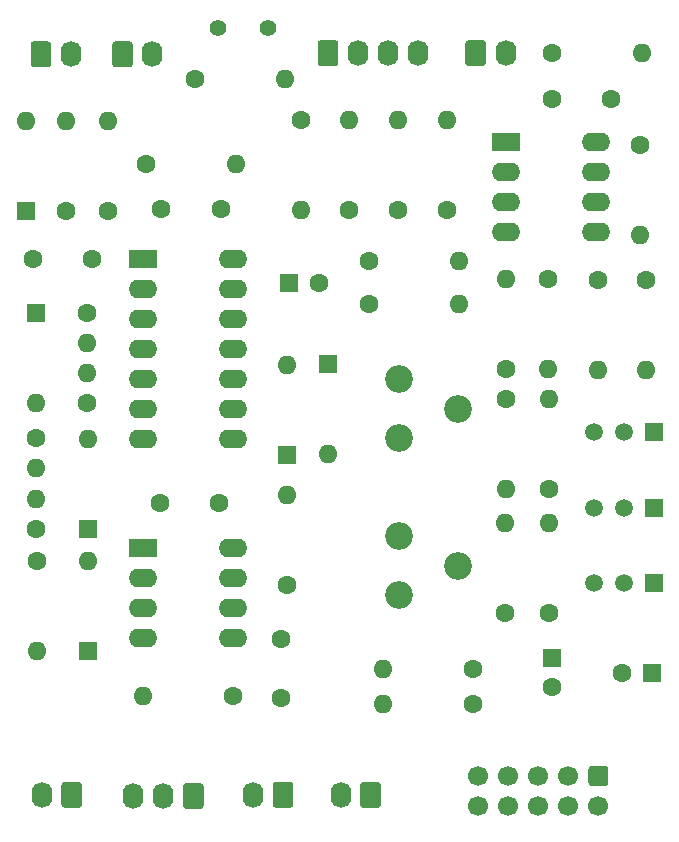
<source format=gbr>
%TF.GenerationSoftware,KiCad,Pcbnew,5.1.10-88a1d61d58~88~ubuntu20.10.1*%
%TF.CreationDate,2021-06-19T00:08:52+02:00*%
%TF.ProjectId,vca-adsr,7663612d-6164-4737-922e-6b696361645f,v1.0.0*%
%TF.SameCoordinates,Original*%
%TF.FileFunction,Soldermask,Top*%
%TF.FilePolarity,Negative*%
%FSLAX46Y46*%
G04 Gerber Fmt 4.6, Leading zero omitted, Abs format (unit mm)*
G04 Created by KiCad (PCBNEW 5.1.10-88a1d61d58~88~ubuntu20.10.1) date 2021-06-19 00:08:52*
%MOMM*%
%LPD*%
G01*
G04 APERTURE LIST*
%ADD10O,1.600000X1.600000*%
%ADD11C,1.600000*%
%ADD12C,1.400000*%
%ADD13R,1.500000X1.500000*%
%ADD14C,1.500000*%
%ADD15O,2.400000X1.600000*%
%ADD16R,2.400000X1.600000*%
%ADD17O,1.740000X2.190000*%
%ADD18C,1.700000*%
%ADD19C,2.340000*%
%ADD20R,1.600000X1.600000*%
G04 APERTURE END LIST*
D10*
%TO.C,R28*%
X126200000Y-98660000D03*
D11*
X126200000Y-96120000D03*
%TD*%
D10*
%TO.C,R27*%
X130500000Y-90570000D03*
D11*
X130500000Y-93110000D03*
%TD*%
D10*
%TO.C,R5*%
X130500000Y-88040000D03*
D11*
X130500000Y-85500000D03*
%TD*%
D10*
%TO.C,R4*%
X126200000Y-101260000D03*
D11*
X126200000Y-103800000D03*
%TD*%
D12*
%TO.C,MOD_ADSR_OUT1*%
X141600000Y-61400000D03*
%TD*%
%TO.C,MOD_VCA_IN1*%
X145800000Y-61400000D03*
%TD*%
D10*
%TO.C,DIRECT*%
X147220000Y-65700000D03*
D11*
X139600000Y-65700000D03*
%TD*%
%TO.C,C2*%
X146900000Y-113100000D03*
X146900000Y-118100000D03*
%TD*%
D13*
%TO.C,Q2\u002A1*%
X178500000Y-102000000D03*
D14*
X173420000Y-102000000D03*
X175960000Y-102000000D03*
%TD*%
D13*
%TO.C,Q3*%
X178500000Y-108400000D03*
D14*
X173420000Y-108400000D03*
X175960000Y-108400000D03*
%TD*%
D13*
%TO.C,Q1\u002A1*%
X178500000Y-95600000D03*
D14*
X173420000Y-95600000D03*
X175960000Y-95600000D03*
%TD*%
D15*
%TO.C,U3*%
X173620000Y-71000000D03*
X166000000Y-78620000D03*
X173620000Y-73540000D03*
X166000000Y-76080000D03*
X173620000Y-76080000D03*
X166000000Y-73540000D03*
X173620000Y-78620000D03*
D16*
X166000000Y-71000000D03*
%TD*%
D15*
%TO.C,U2*%
X142820000Y-105400000D03*
X135200000Y-113020000D03*
X142820000Y-107940000D03*
X135200000Y-110480000D03*
X142820000Y-110480000D03*
X135200000Y-107940000D03*
X142820000Y-113020000D03*
D16*
X135200000Y-105400000D03*
%TD*%
D15*
%TO.C,U1*%
X142820000Y-80900000D03*
X135200000Y-96140000D03*
X142820000Y-83440000D03*
X135200000Y-93600000D03*
X142820000Y-85980000D03*
X135200000Y-91060000D03*
X142820000Y-88520000D03*
X135200000Y-88520000D03*
X142820000Y-91060000D03*
X135200000Y-85980000D03*
X142820000Y-93600000D03*
X135200000Y-83440000D03*
X142820000Y-96140000D03*
D16*
X135200000Y-80900000D03*
%TD*%
D17*
%TO.C,SUSTAIN_POT1*%
X134420000Y-126400000D03*
X136960000Y-126400000D03*
G36*
G01*
X140370000Y-125554999D02*
X140370000Y-127245001D01*
G75*
G02*
X140120001Y-127495000I-249999J0D01*
G01*
X138879999Y-127495000D01*
G75*
G02*
X138630000Y-127245001I0J249999D01*
G01*
X138630000Y-125554999D01*
G75*
G02*
X138879999Y-125305000I249999J0D01*
G01*
X140120001Y-125305000D01*
G75*
G02*
X140370000Y-125554999I0J-249999D01*
G01*
G37*
%TD*%
%TO.C,RELEASE_POT1*%
X126660000Y-126300000D03*
G36*
G01*
X130070000Y-125454999D02*
X130070000Y-127145001D01*
G75*
G02*
X129820001Y-127395000I-249999J0D01*
G01*
X128579999Y-127395000D01*
G75*
G02*
X128330000Y-127145001I0J249999D01*
G01*
X128330000Y-125454999D01*
G75*
G02*
X128579999Y-125205000I249999J0D01*
G01*
X129820001Y-125205000D01*
G75*
G02*
X130070000Y-125454999I0J-249999D01*
G01*
G37*
%TD*%
D10*
%TO.C,R26*%
X177520000Y-63500000D03*
D11*
X169900000Y-63500000D03*
%TD*%
D10*
%TO.C,R25*%
X177300000Y-78920000D03*
D11*
X177300000Y-71300000D03*
%TD*%
D10*
%TO.C,R24*%
X177800000Y-90320000D03*
D11*
X177800000Y-82700000D03*
%TD*%
D10*
%TO.C,R23*%
X173800000Y-90320000D03*
D11*
X173800000Y-82700000D03*
%TD*%
D10*
%TO.C,R22*%
X169500000Y-90220000D03*
D11*
X169500000Y-82600000D03*
%TD*%
D10*
%TO.C,R21*%
X165900000Y-103280000D03*
D11*
X165900000Y-110900000D03*
%TD*%
D10*
%TO.C,R20*%
X166000000Y-82580000D03*
D11*
X166000000Y-90200000D03*
%TD*%
D10*
%TO.C,R19*%
X169600000Y-92780000D03*
D11*
X169600000Y-100400000D03*
%TD*%
D10*
%TO.C,R18*%
X169600000Y-103280000D03*
D11*
X169600000Y-110900000D03*
%TD*%
D10*
%TO.C,R17*%
X166000000Y-100420000D03*
D11*
X166000000Y-92800000D03*
%TD*%
D10*
%TO.C,R16*%
X162000000Y-81100000D03*
D11*
X154380000Y-81100000D03*
%TD*%
D10*
%TO.C,R15*%
X148600000Y-76820000D03*
D11*
X148600000Y-69200000D03*
%TD*%
D10*
%TO.C,R14*%
X162020000Y-84700000D03*
D11*
X154400000Y-84700000D03*
%TD*%
D10*
%TO.C,R13*%
X152700000Y-69180000D03*
D11*
X152700000Y-76800000D03*
%TD*%
D10*
%TO.C,R12*%
X161000000Y-69180000D03*
D11*
X161000000Y-76800000D03*
%TD*%
D10*
%TO.C,R11*%
X156800000Y-69180000D03*
D11*
X156800000Y-76800000D03*
%TD*%
D10*
%TO.C,R10*%
X143120000Y-72900000D03*
D11*
X135500000Y-72900000D03*
%TD*%
D10*
%TO.C,R9*%
X135280000Y-117900000D03*
D11*
X142900000Y-117900000D03*
%TD*%
D10*
%TO.C,R8*%
X155580000Y-118600000D03*
D11*
X163200000Y-118600000D03*
%TD*%
D10*
%TO.C,R7*%
X155580000Y-115600000D03*
D11*
X163200000Y-115600000D03*
%TD*%
D10*
%TO.C,R6*%
X147400000Y-100880000D03*
D11*
X147400000Y-108500000D03*
%TD*%
D10*
%TO.C,R3*%
X128700000Y-69280000D03*
D11*
X128700000Y-76900000D03*
%TD*%
D10*
%TO.C,R2*%
X132300000Y-69280000D03*
D11*
X132300000Y-76900000D03*
%TD*%
D10*
%TO.C,R1*%
X126300000Y-114120000D03*
D11*
X126300000Y-106500000D03*
%TD*%
D18*
%TO.C,POWER1*%
X163640000Y-127240000D03*
X166180000Y-127240000D03*
X168720000Y-127240000D03*
X171260000Y-127240000D03*
X173800000Y-127240000D03*
X163640000Y-124700000D03*
X166180000Y-124700000D03*
X168720000Y-124700000D03*
X171260000Y-124700000D03*
G36*
G01*
X173200000Y-123850000D02*
X174400000Y-123850000D01*
G75*
G02*
X174650000Y-124100000I0J-250000D01*
G01*
X174650000Y-125300000D01*
G75*
G02*
X174400000Y-125550000I-250000J0D01*
G01*
X173200000Y-125550000D01*
G75*
G02*
X172950000Y-125300000I0J250000D01*
G01*
X172950000Y-124100000D01*
G75*
G02*
X173200000Y-123850000I250000J0D01*
G01*
G37*
%TD*%
D19*
%TO.C,OFFSET_TRIM1*%
X156900000Y-104400000D03*
X161900000Y-106900000D03*
X156900000Y-109400000D03*
%TD*%
%TO.C,LEVEL_TRIM1*%
X156900000Y-91100000D03*
X161900000Y-93600000D03*
X156900000Y-96100000D03*
%TD*%
D17*
%TO.C,VCA_IN1*%
X158520000Y-63500000D03*
X155980000Y-63500000D03*
X153440000Y-63500000D03*
G36*
G01*
X150030000Y-64345001D02*
X150030000Y-62654999D01*
G75*
G02*
X150279999Y-62405000I249999J0D01*
G01*
X151520001Y-62405000D01*
G75*
G02*
X151770000Y-62654999I0J-249999D01*
G01*
X151770000Y-64345001D01*
G75*
G02*
X151520001Y-64595000I-249999J0D01*
G01*
X150279999Y-64595000D01*
G75*
G02*
X150030000Y-64345001I0J249999D01*
G01*
G37*
%TD*%
%TO.C,VCA_OUT1*%
X165940000Y-63500000D03*
G36*
G01*
X162530000Y-64345001D02*
X162530000Y-62654999D01*
G75*
G02*
X162779999Y-62405000I249999J0D01*
G01*
X164020001Y-62405000D01*
G75*
G02*
X164270000Y-62654999I0J-249999D01*
G01*
X164270000Y-64345001D01*
G75*
G02*
X164020001Y-64595000I-249999J0D01*
G01*
X162779999Y-64595000D01*
G75*
G02*
X162530000Y-64345001I0J249999D01*
G01*
G37*
%TD*%
%TO.C,DECAY_POT1*%
X144560000Y-126300000D03*
G36*
G01*
X147970000Y-125454999D02*
X147970000Y-127145001D01*
G75*
G02*
X147720001Y-127395000I-249999J0D01*
G01*
X146479999Y-127395000D01*
G75*
G02*
X146230000Y-127145001I0J249999D01*
G01*
X146230000Y-125454999D01*
G75*
G02*
X146479999Y-125205000I249999J0D01*
G01*
X147720001Y-125205000D01*
G75*
G02*
X147970000Y-125454999I0J-249999D01*
G01*
G37*
%TD*%
D10*
%TO.C,D6*%
X147400000Y-89880000D03*
D20*
X147400000Y-97500000D03*
%TD*%
D10*
%TO.C,D5*%
X130600000Y-106480000D03*
D20*
X130600000Y-114100000D03*
%TD*%
D10*
%TO.C,D4*%
X150900000Y-97420000D03*
D20*
X150900000Y-89800000D03*
%TD*%
D10*
%TO.C,D3*%
X130600000Y-96180000D03*
D20*
X130600000Y-103800000D03*
%TD*%
D10*
%TO.C,D2*%
X126200000Y-93120000D03*
D20*
X126200000Y-85500000D03*
%TD*%
D10*
%TO.C,D1*%
X125300000Y-69280000D03*
D20*
X125300000Y-76900000D03*
%TD*%
D11*
%TO.C,C8*%
X174900000Y-67400000D03*
X169900000Y-67400000D03*
%TD*%
%TO.C,C7*%
X141700000Y-101600000D03*
X136700000Y-101600000D03*
%TD*%
%TO.C,C6*%
X136800000Y-76700000D03*
X141800000Y-76700000D03*
%TD*%
%TO.C,C5*%
X169900000Y-117200000D03*
D20*
X169900000Y-114700000D03*
%TD*%
D11*
%TO.C,C4*%
X175800000Y-116000000D03*
D20*
X178300000Y-116000000D03*
%TD*%
D11*
%TO.C,C3*%
X150100000Y-83000000D03*
D20*
X147600000Y-83000000D03*
%TD*%
D11*
%TO.C,C1*%
X130900000Y-80900000D03*
X125900000Y-80900000D03*
%TD*%
D17*
%TO.C,ATTACK_POT1*%
X151960000Y-126300000D03*
G36*
G01*
X155370000Y-125454999D02*
X155370000Y-127145001D01*
G75*
G02*
X155120001Y-127395000I-249999J0D01*
G01*
X153879999Y-127395000D01*
G75*
G02*
X153630000Y-127145001I0J249999D01*
G01*
X153630000Y-125454999D01*
G75*
G02*
X153879999Y-125205000I249999J0D01*
G01*
X155120001Y-125205000D01*
G75*
G02*
X155370000Y-125454999I0J-249999D01*
G01*
G37*
%TD*%
%TO.C,ADSR_OUT1*%
X136040000Y-63600000D03*
G36*
G01*
X132630000Y-64445001D02*
X132630000Y-62754999D01*
G75*
G02*
X132879999Y-62505000I249999J0D01*
G01*
X134120001Y-62505000D01*
G75*
G02*
X134370000Y-62754999I0J-249999D01*
G01*
X134370000Y-64445001D01*
G75*
G02*
X134120001Y-64695000I-249999J0D01*
G01*
X132879999Y-64695000D01*
G75*
G02*
X132630000Y-64445001I0J249999D01*
G01*
G37*
%TD*%
%TO.C,ADSR_IN1*%
X129140000Y-63600000D03*
G36*
G01*
X125730000Y-64445001D02*
X125730000Y-62754999D01*
G75*
G02*
X125979999Y-62505000I249999J0D01*
G01*
X127220001Y-62505000D01*
G75*
G02*
X127470000Y-62754999I0J-249999D01*
G01*
X127470000Y-64445001D01*
G75*
G02*
X127220001Y-64695000I-249999J0D01*
G01*
X125979999Y-64695000D01*
G75*
G02*
X125730000Y-64445001I0J249999D01*
G01*
G37*
%TD*%
M02*

</source>
